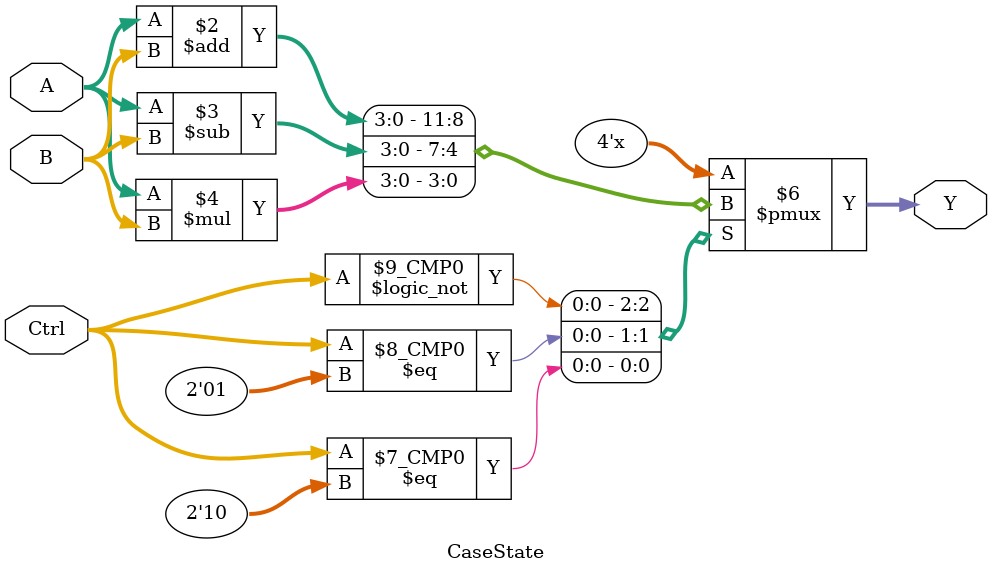
<source format=v>
`timescale 1ns / 1ps

module CaseState(
	output reg [3:0] Y,
	input [3:0] A,B,
	input [1:0] Ctrl
    );
	
	always @(A or B or Ctrl)
	begin
		case(Ctrl)
			2'b00: Y <= A + B;
			2'b01: Y <= A - B;
			2'b10: Y <= A * B;
			default: Y <= 4'hx;
		endcase
	end
endmodule

</source>
